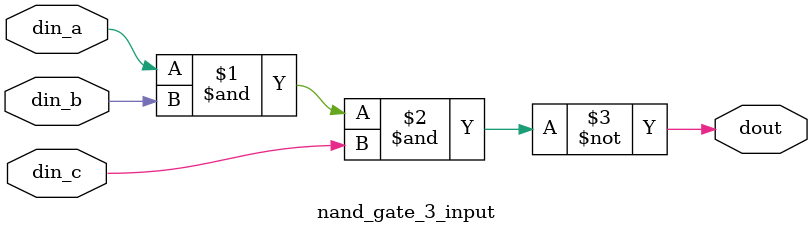
<source format=v>
`timescale 1ns/10ps

module nand_gate_3_input(
    din_a,
    din_b,
    din_c,
    dout
);

input din_a, din_b, din_c;
output dout;

assign dout = ~(din_a & din_b & din_c);

endmodule
</source>
